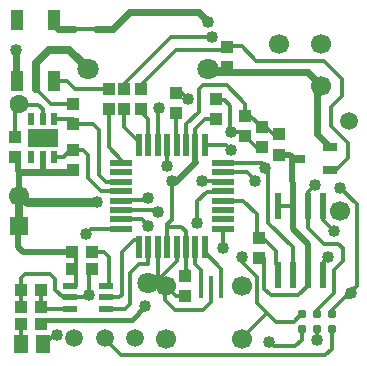
<source format=gtl>
G04 DipTrace 3.0.0.1*
G04 Limbus-modelD-rev01.GTL*
%MOMM*%
G04 #@! TF.FileFunction,Copper,L1,Top*
G04 #@! TF.Part,Single*
%AMOUTLINE0*
4,1,4,
-0.2003,0.89993,
0.1997,0.90007,
0.2003,-0.89993,
-0.1997,-0.90007,
-0.2003,0.89993,
0*%
G04 #@! TA.AperFunction,Conductor*
%ADD13C,0.33*%
%ADD14C,0.7*%
%ADD15C,0.4*%
%ADD16C,0.6*%
%ADD17C,0.5*%
%ADD18C,0.8*%
%ADD19C,0.35*%
G04 #@! TA.AperFunction,ComponentPad*
%ADD22R,1.6X1.6*%
%ADD23C,1.7*%
%ADD24C,1.8*%
%ADD25R,1.0X1.1*%
%ADD27R,1.1X1.0*%
%ADD28R,1.3X1.5*%
%ADD29C,0.7874*%
%ADD31R,1.25X0.65*%
%ADD35R,0.5X1.9*%
%ADD36R,1.9X0.5*%
%ADD38R,0.5X1.0*%
%ADD39R,2.5X1.6*%
%ADD42R,0.6X2.2*%
%ADD44R,1.3X0.6*%
%ADD45R,1.0X1.7*%
G04 #@! TA.AperFunction,ComponentPad*
%ADD46C,1.5*%
%ADD47C,1.6*%
G04 #@! TA.AperFunction,ViaPad*
%ADD48C,1.016*%
%ADD94OUTLINE0*%
%FSLAX35Y35*%
G04*
G71*
G90*
G75*
G01*
G04 Top*
%LPD*%
X2254750Y2860127D2*
D13*
Y3079003D1*
X2170130Y3163623D1*
X2190623D1*
X2174750Y2860127D2*
Y2889447D1*
X2047750Y3016447D1*
Y3163623D1*
X2024750Y2710127D2*
Y2737500D1*
X1920750Y2841500D1*
Y3163623D1*
X3365000Y2950000D2*
X3315000D1*
X3255000Y3010000D1*
X3215000D1*
X3075000Y3110000D2*
X3115000D1*
X3215000Y3010000D1*
X2574750Y2860127D2*
Y3035123D1*
X2682927Y3143300D1*
Y3333800D1*
X2714500Y3365373D1*
X2919627D1*
X3075000Y3210000D1*
Y3110000D1*
X2334750Y2860127D2*
Y3174877D1*
X2349377D1*
X2024750Y2550127D2*
X1894623D1*
X1841373Y2603377D1*
Y2984377D1*
X1789113Y3036637D1*
X1619140D1*
X1460373Y3079623D2*
X1619140D1*
Y3036637D1*
Y2820953D2*
Y2809720D1*
X1587387D1*
X1539757Y2762090D1*
X1460373D1*
Y2757873D1*
X1619140Y2820953D2*
X1699047D1*
X1746123Y2773877D1*
Y2583877D1*
X1855000Y2475000D1*
X2029623D1*
X2024750Y2470127D1*
Y2150127D2*
X1770127D1*
X1730000Y2110000D1*
X1896753Y1570000D2*
X2005000D1*
X2030000Y1595000D1*
Y1955000D1*
X2130000Y2055000D1*
X2174750D1*
Y2000127D1*
X2254750D2*
Y1855000D1*
X2180000D1*
X2100000Y1775000D1*
Y1515000D1*
X2060000Y1475000D1*
X1896753D1*
X2885000Y1990000D2*
X2884750Y2150127D1*
Y2390127D2*
X3059873D1*
X3175103Y2274897D1*
Y2084897D1*
X3195000Y2065000D1*
X3215000Y2085000D1*
X3340000Y1960000D1*
Y1851210D1*
X3349747Y1841463D1*
Y1762080D1*
X3195000Y2070000D2*
Y2065000D1*
X2884750Y2470127D2*
Y2465000D1*
X2750000D1*
X2670000Y2385000D1*
Y2200000D1*
X2665000D1*
X1344643Y1349287D2*
D15*
Y1380000D1*
X2115000D1*
X2230000Y1495000D1*
X2024750Y2310127D2*
D13*
X2317013D1*
X2333740Y2293400D1*
X2713740Y2558403D2*
X2800597D1*
X2808873Y2550127D1*
X2884750D1*
X3159227Y2555913D2*
Y2560773D1*
X3089873Y2630127D1*
X2884750D1*
X3730747Y2342080D2*
Y2229253D1*
X3825000Y2135000D1*
X3683170Y1301670D2*
Y1211830D1*
X3685000Y1210000D1*
X2884750Y2710127D2*
X3219873D1*
X3260000Y2670000D1*
X3245000D1*
Y2655000D1*
X3270363Y2629637D1*
Y2199637D1*
X3476760Y1993240D1*
Y1762093D1*
X3476747Y1762080D1*
X3810170Y1428670D2*
Y1460423D1*
X3921307Y1571560D1*
X4020000Y1670253D1*
Y2361960D1*
X3881960Y2500000D1*
X3880000D1*
X3970000Y1610000D2*
Y1571560D1*
X3921307D1*
X2734750Y2860127D2*
X2914873D1*
X2955000Y2820000D1*
X3603747Y2342080D2*
Y2460747D1*
X3667000Y2524000D1*
X3683170Y1428670D2*
Y1460437D1*
X3830000Y1607267D1*
Y1805000D1*
X3900000Y1875000D1*
Y1985000D1*
X3860000Y2025000D1*
X3740000D1*
X3603747Y2161253D1*
Y2342080D1*
X2024750Y2230127D2*
X2198777D1*
X2254133Y2174770D1*
X1174643Y1492177D2*
Y1635067D1*
Y1734643D1*
X1210000Y1770000D1*
X1425000D1*
X1465000Y1730000D1*
Y1635000D1*
X1530000Y1570000D1*
X1595000D1*
X3075000Y2940000D2*
Y2935000D1*
X3170000Y2840000D1*
X3215000D1*
X2412900Y2682820D2*
X2414750Y2684670D1*
Y2860127D1*
X1485000Y1250000D2*
X1456397D1*
X1381300Y1174903D1*
X1364903D1*
X3730747Y1762080D2*
Y1865747D1*
X3780000Y1915000D1*
X1750000Y1595000D2*
Y1570000D1*
X1595000D1*
X1135000Y3665000D2*
D16*
Y3410000D1*
X1140000Y3405000D1*
X1127000Y2932123D2*
D13*
Y3155803D1*
X1158750Y3187553D1*
X1173093Y3201897D1*
X1322227D1*
X1360373Y3163750D1*
Y3079627D1*
X1750000Y1595000D2*
Y1780000D1*
X1780000Y1810000D1*
X3075000Y2940000D2*
X3046500Y2968500D1*
X2952627D1*
X2492250Y3301877D2*
X2539873D1*
X2587500Y3254250D1*
X2825623D2*
Y3238373D1*
X2905003D1*
X2950000Y3193377D1*
Y2971127D1*
X2952627Y2968500D1*
X2334750Y2000127D2*
Y1694000D1*
X2249300D1*
X2494750Y2000127D2*
Y1874750D1*
X2350000Y1730000D1*
X2285300D1*
X2249300Y1694000D1*
X3556170Y1301670D2*
Y1211170D1*
X3500000Y1155000D1*
X3320000D1*
X3280000Y1195000D1*
X1158750Y3206627D2*
Y3187553D1*
X2565000Y1585000D2*
X2490000D1*
X2405000Y1670000D1*
X2787500Y1660387D2*
Y1532500D1*
X2715000Y1460000D1*
X2485000D1*
X2400000Y1545000D1*
Y1665000D1*
X2405000Y1670000D1*
X2047750Y3333623D2*
Y3377750D1*
X2448127Y3778127D1*
X2793877D1*
X2492250Y3131877D2*
Y2941750D1*
X2494750Y2939250D1*
Y2860127D1*
X2654750Y2000127D2*
Y1855247D1*
X2705000Y1804997D1*
Y1660357D1*
X2734750Y2000127D2*
X2725000D1*
Y1960000D1*
X2870000Y1815000D1*
Y1660413D1*
X1174643Y1349287D2*
Y1175163D1*
X1174903Y1174903D1*
X1780000Y1955000D2*
X1880000D1*
X1920000Y1915000D1*
Y1675000D1*
X1906753D1*
X1896753Y1665000D1*
X2920877Y3694123D2*
Y3698750D1*
X3046250D1*
X3170000Y3575000D1*
X3743127D1*
X3895000Y3423127D1*
Y3275877D1*
X3800000Y3180877D1*
Y3020000D1*
X3945000Y2875000D1*
Y2754373D1*
X3841627Y2651000D1*
X3794000D1*
X2190623Y3333623D2*
X2158873D1*
X2492250Y3667000D1*
X2920877D1*
Y3694123D1*
X1920750Y3333623D2*
X1635313D1*
X1563937Y3405000D1*
X1460000D1*
X1344643Y1635067D2*
Y1492177D1*
X1595000Y1475000D2*
X1361820D1*
X1344643Y1492177D1*
X2248740Y2413403D2*
X2252727D1*
X2269130Y2397000D1*
X2017877D1*
X2024750Y2390127D1*
X3556170Y1428670D2*
X3548670D1*
X3485163Y1365163D1*
X3334837D1*
X3259860Y1440140D1*
X3175000Y1525000D1*
Y1745000D1*
X3025000Y1895000D1*
X3030000D1*
X3050000Y1915000D1*
X3045000Y1220000D2*
Y1225280D1*
X3259860Y1440140D1*
X2458740Y2553403D2*
X2440230Y2528327D1*
X2477875Y2565972D1*
D16*
X2491923Y2551923D1*
X2654750Y2714750D1*
D17*
Y2860127D1*
X1619140Y2650953D2*
D13*
Y2635077D1*
D16*
X1360373D1*
D17*
Y2757874D1*
X1127000Y2762123D2*
D15*
X1115000D1*
X2565000Y1755000D2*
D13*
X2590000D1*
Y1795000D1*
X2574750Y1810250D1*
Y2000127D1*
X1595000Y1665000D2*
X1645000D1*
Y1810000D1*
Y1955000D1*
X1610000D1*
X1158763Y2428873D2*
X1158767Y2411923D1*
X1158763Y2174873D2*
D14*
Y2428873D1*
X2757300Y3504100D2*
D16*
Y3476500D1*
X3603500D1*
X3720000Y3360000D1*
X3794000Y2841000D2*
X3685000Y2950000D1*
Y3325000D1*
D13*
X3720000Y3360000D1*
X2757300Y3504100D2*
X2900853D1*
X2920877Y3524123D1*
X1741300Y3504100D2*
Y3513417D1*
D14*
X1587437Y3667280D1*
X1412793D1*
X1301623Y3556110D1*
Y3333627D1*
D13*
X1428623Y3206627D1*
X1603247D1*
X1619140Y3190733D1*
Y3206637D1*
X1885000Y1230000D2*
Y1220000D1*
X2025000Y1080000D1*
X3755000D1*
X3810170Y1135170D1*
Y1301670D1*
X1610000Y1810000D2*
X1645000D1*
X2654750Y2860127D2*
X2651000D1*
Y3000250D1*
X2735000Y3084250D1*
X2825623D1*
X2414750Y2000127D2*
Y2170000D1*
Y2189750D1*
X2455000Y2230000D1*
Y2549663D1*
X2458740Y2553403D1*
X2574750Y2000127D2*
Y2130250D1*
X2535000Y2170000D1*
X2414750D1*
X1820000Y2375000D2*
D18*
X1230000D1*
X1176127Y2428873D1*
X1158763D1*
Y2174873D2*
D17*
X1155000D1*
Y1995000D1*
X1195000Y1955000D1*
X1610000D1*
X1158763Y2428873D2*
Y2635077D1*
D16*
X1360373D1*
X1158763D2*
D17*
Y2640079D1*
X1150000D1*
Y2739123D1*
X1127000Y2762123D1*
X2762310Y3905430D2*
D16*
X2682927Y3984813D1*
X2095490D1*
X1952600Y3841923D1*
X1815000D1*
D19*
X1625000D1*
D16*
X1492177D1*
D13*
X1460000Y3874100D1*
Y3915000D1*
X3365000Y2780000D2*
D17*
X3455000D1*
X3475000Y2760000D1*
D13*
X3538000D1*
X3524000Y2746000D1*
X3349747Y2342080D2*
X3476747D1*
D17*
X3475000Y2760000D1*
X3603747Y1762080D2*
Y2021253D1*
X3476747Y2148253D1*
Y2342080D1*
X3195000Y1900000D2*
D13*
X3238373D1*
Y1641627D1*
X3292563Y1587437D1*
X3524390D1*
X3603747Y1666793D1*
Y1762080D1*
D48*
X3825000Y2135000D3*
X2349377Y3174877D3*
X3159227Y2555913D3*
X1730000Y2110000D3*
X2333740Y2293400D3*
X2254133Y2174770D3*
X3245000Y2670000D3*
X2248740Y2413403D3*
X2885000Y1990000D3*
X3280000Y1195000D3*
X1750000Y1595000D3*
X1135000Y3665000D3*
X2955000Y2820000D3*
X3970000Y1610000D3*
X3780000Y1915000D3*
X2713740Y2558403D3*
X3667000Y2524000D3*
X2412900Y2682820D3*
X2458740Y2553403D3*
X2952627Y2968500D3*
X1820000Y2375000D3*
X2762310Y3905430D3*
X1485000Y1250000D3*
X2587500Y3254250D3*
X2665000Y2200000D3*
X2230000Y1495000D3*
X3685000Y1210000D3*
X3050000Y1915000D3*
X2793877Y3778127D3*
X3880000Y2500000D3*
D22*
X1158763Y2174873D3*
D23*
X3880543Y2301873D3*
X1158763Y2428873D3*
D24*
X2757300Y3504100D3*
X1741300D3*
X2249300Y1694000D3*
D25*
X2565000Y1755000D3*
Y1585000D3*
X2492250Y3301877D3*
Y3131877D3*
X3075000Y3110000D3*
Y2940000D3*
X1127000Y2762123D3*
Y2932123D3*
D27*
X1610000Y1810000D3*
X1780000D3*
D28*
X1364903Y1174903D3*
X1174903D3*
D29*
X3810170Y1428670D3*
Y1301670D3*
X3683170Y1428670D3*
Y1301670D3*
X3556170Y1428670D3*
Y1301670D3*
D31*
X3794000Y2651000D3*
Y2841000D3*
X3524000Y2746000D3*
D25*
X1619140Y2650953D3*
Y2820953D3*
Y3206637D3*
Y3036637D3*
D27*
X1780000Y1955000D3*
X1610000D3*
D25*
X2190623Y3333623D3*
Y3163623D3*
X3195000Y2070000D3*
Y1900000D3*
D27*
X1344643Y1349287D3*
X1174643D3*
D25*
X2047750Y3333623D3*
Y3163623D3*
X1920750Y3333623D3*
Y3163623D3*
X3215000Y3010000D3*
Y2840000D3*
X3365000Y2950000D3*
Y2780000D3*
X2920877Y3694123D3*
Y3524123D3*
D27*
X1174643Y1492177D3*
X1344643D3*
X1174643Y1635067D3*
X1344643D3*
D35*
X2174750Y2000127D3*
X2254750D3*
X2334750D3*
X2414750D3*
X2494750D3*
X2574750D3*
X2654750D3*
X2734750D3*
D36*
X2884750Y2150127D3*
Y2230127D3*
Y2310127D3*
Y2390127D3*
Y2470127D3*
Y2550127D3*
Y2630127D3*
Y2710127D3*
D35*
X2734750Y2860127D3*
X2654750D3*
X2574750D3*
X2494750D3*
X2414750D3*
X2334750D3*
X2254750D3*
X2174750D3*
D36*
X2024750Y2710127D3*
Y2630127D3*
Y2550127D3*
Y2470127D3*
Y2390127D3*
Y2310127D3*
Y2230127D3*
Y2150127D3*
D38*
X1460373Y3079624D3*
X1360373Y3079627D3*
X1260373Y3079624D3*
Y2757874D3*
X1360373D3*
X1460373D3*
D39*
X1360373Y2918751D3*
D42*
X3349747Y1762080D3*
X3476747D3*
X3603747D3*
X3730747D3*
Y2342080D3*
X3603747D3*
X3476747D3*
X3349747D3*
D23*
X3720000Y3360000D3*
Y3720000D3*
X3360000D3*
D44*
X1595000Y1665000D3*
Y1570000D3*
Y1475000D3*
X1896753D3*
Y1570000D3*
Y1665000D3*
D45*
X1460000Y3915000D3*
X1140000D3*
Y3405000D3*
X1460000D3*
D94*
X2870000Y1660413D3*
X2705000Y1660357D3*
X2787500Y1660387D3*
D25*
X2825623Y3254250D3*
Y3084250D3*
D23*
X2405000Y1220000D3*
Y1670000D3*
X3045000D3*
Y1220000D3*
D46*
X2140000Y1230000D3*
X1885000D3*
X1630000D3*
D47*
X1158750Y3206627D3*
D46*
X3952750Y3063750D3*
M02*

</source>
